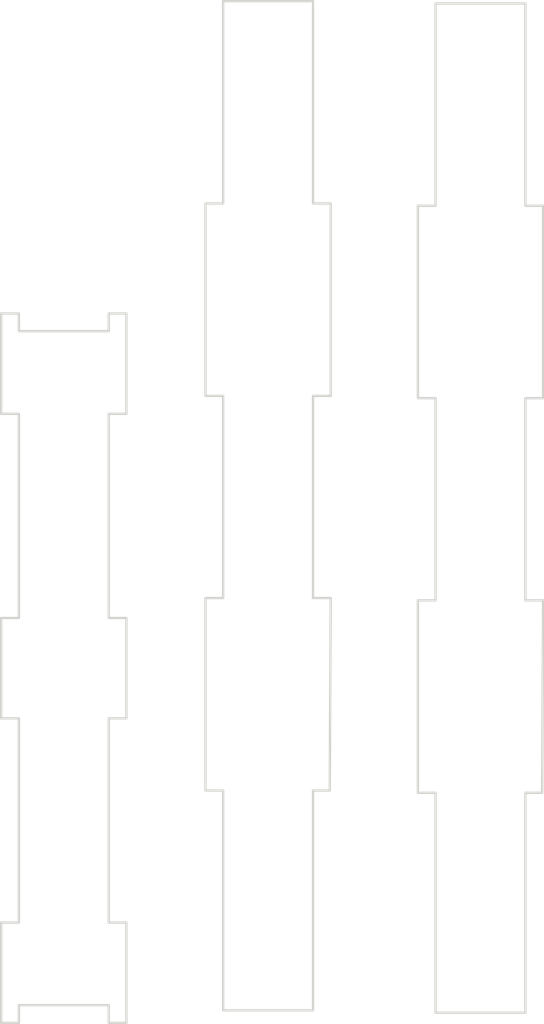
<source format=kicad_pcb>
(kicad_pcb (version 20171130) (host pcbnew "(5.1.2-1)-1")

  (general
    (thickness 1.6)
    (drawings 68)
    (tracks 0)
    (zones 0)
    (modules 0)
    (nets 1)
  )

  (page A4)
  (layers
    (0 F.Cu signal)
    (31 B.Cu signal)
    (32 B.Adhes user)
    (33 F.Adhes user)
    (34 B.Paste user)
    (35 F.Paste user)
    (36 B.SilkS user)
    (37 F.SilkS user)
    (38 B.Mask user)
    (39 F.Mask user)
    (40 Dwgs.User user)
    (41 Cmts.User user)
    (42 Eco1.User user)
    (43 Eco2.User user)
    (44 Edge.Cuts user)
    (45 Margin user)
    (46 B.CrtYd user)
    (47 F.CrtYd user)
    (48 B.Fab user)
    (49 F.Fab user)
  )

  (setup
    (last_trace_width 0.25)
    (trace_clearance 0.2)
    (zone_clearance 0.508)
    (zone_45_only no)
    (trace_min 0.2)
    (via_size 0.8)
    (via_drill 0.4)
    (via_min_size 0.4)
    (via_min_drill 0.3)
    (uvia_size 0.3)
    (uvia_drill 0.1)
    (uvias_allowed no)
    (uvia_min_size 0.2)
    (uvia_min_drill 0.1)
    (edge_width 0.05)
    (segment_width 0.2)
    (pcb_text_width 0.3)
    (pcb_text_size 1.5 1.5)
    (mod_edge_width 0.12)
    (mod_text_size 1 1)
    (mod_text_width 0.15)
    (pad_size 1.524 1.524)
    (pad_drill 0.762)
    (pad_to_mask_clearance 0.051)
    (solder_mask_min_width 0.25)
    (aux_axis_origin 100.33 138.43)
    (visible_elements FFFFFF7F)
    (pcbplotparams
      (layerselection 0x010fc_ffffffff)
      (usegerberextensions false)
      (usegerberattributes false)
      (usegerberadvancedattributes false)
      (creategerberjobfile false)
      (excludeedgelayer true)
      (linewidth 0.100000)
      (plotframeref false)
      (viasonmask false)
      (mode 1)
      (useauxorigin false)
      (hpglpennumber 1)
      (hpglpenspeed 20)
      (hpglpendiameter 15.000000)
      (psnegative false)
      (psa4output false)
      (plotreference true)
      (plotvalue true)
      (plotinvisibletext false)
      (padsonsilk false)
      (subtractmaskfromsilk false)
      (outputformat 1)
      (mirror false)
      (drillshape 1)
      (scaleselection 1)
      (outputdirectory ""))
  )

  (net 0 "")

  (net_class Default "This is the default net class."
    (clearance 0.2)
    (trace_width 0.25)
    (via_dia 0.8)
    (via_drill 0.4)
    (uvia_dia 0.3)
    (uvia_drill 0.1)
  )

  (gr_line (start 108.178599 122.761) (end 106.68 122.761) (layer Edge.Cuts) (width 0.2))
  (gr_line (start 108.1786 105.446) (end 108.178599 122.761) (layer Edge.Cuts) (width 0.2))
  (gr_line (start 108.1786 71.12) (end 106.68 71.12) (layer Edge.Cuts) (width 0.2))
  (gr_line (start 108.1786 71.12) (end 108.1786 72.618601) (layer Edge.Cuts) (width 0.2))
  (gr_line (start 108.1786 72.618601) (end 115.7986 72.618601) (layer Edge.Cuts) (width 0.2))
  (gr_line (start 115.7986 72.618601) (end 115.7986 71.12) (layer Edge.Cuts) (width 0.2))
  (gr_line (start 117.2972 71.12) (end 115.7986 71.12) (layer Edge.Cuts) (width 0.2))
  (gr_line (start 117.2972 79.625501) (end 117.2972 71.12) (layer Edge.Cuts) (width 0.2))
  (gr_line (start 115.7986 79.625501) (end 117.2972 79.625501) (layer Edge.Cuts) (width 0.2))
  (gr_line (start 106.68 79.625501) (end 108.1786 79.625501) (layer Edge.Cuts) (width 0.2))
  (gr_line (start 108.1786 79.625501) (end 108.178599 96.940501) (layer Edge.Cuts) (width 0.2))
  (gr_line (start 108.178599 96.940501) (end 106.68 96.940501) (layer Edge.Cuts) (width 0.2))
  (gr_line (start 106.68 131.2665) (end 108.1786 131.2665) (layer Edge.Cuts) (width 0.2))
  (gr_line (start 106.68 122.761) (end 106.68 131.2665) (layer Edge.Cuts) (width 0.2))
  (gr_line (start 115.7986 96.940501) (end 115.7986 79.625501) (layer Edge.Cuts) (width 0.2))
  (gr_line (start 117.2972 96.940501) (end 115.7986 96.940501) (layer Edge.Cuts) (width 0.2))
  (gr_line (start 117.2972 105.446) (end 117.2972 96.940501) (layer Edge.Cuts) (width 0.2))
  (gr_line (start 115.7986 105.446) (end 117.2972 105.446) (layer Edge.Cuts) (width 0.2))
  (gr_line (start 115.7986 122.761) (end 115.7986 105.446) (layer Edge.Cuts) (width 0.2))
  (gr_line (start 117.2972 122.761) (end 115.7986 122.761) (layer Edge.Cuts) (width 0.2))
  (gr_line (start 117.2972 131.2665) (end 117.2972 122.761) (layer Edge.Cuts) (width 0.2))
  (gr_line (start 115.7986 131.2665) (end 117.2972 131.2665) (layer Edge.Cuts) (width 0.2))
  (gr_line (start 115.7986 129.7679) (end 115.7986 131.2665) (layer Edge.Cuts) (width 0.2))
  (gr_line (start 108.1786 129.7679) (end 115.7986 129.7679) (layer Edge.Cuts) (width 0.2))
  (gr_line (start 108.1786 131.2665) (end 108.1786 129.7679) (layer Edge.Cuts) (width 0.2))
  (gr_line (start 106.68 105.446) (end 108.1786 105.446) (layer Edge.Cuts) (width 0.2))
  (gr_line (start 106.68 96.940501) (end 106.68 105.446) (layer Edge.Cuts) (width 0.2))
  (gr_line (start 106.68 71.12) (end 106.68 79.625501) (layer Edge.Cuts) (width 0.2))
  (gr_line (start 151.13 61.9854) (end 151.13 44.8334) (layer Edge.Cuts) (width 0.2))
  (gr_line (start 151.13 95.4452) (end 151.13 78.3002) (layer Edge.Cuts) (width 0.2))
  (gr_line (start 151.13 44.8334) (end 143.51 44.8334) (layer Edge.Cuts) (width 0.2))
  (gr_line (start 152.6286 61.9854) (end 151.13 61.9854) (layer Edge.Cuts) (width 0.2))
  (gr_line (start 142.0114 78.300201) (end 143.51 78.300201) (layer Edge.Cuts) (width 0.2))
  (gr_line (start 151.13 78.3002) (end 152.6286 78.3002) (layer Edge.Cuts) (width 0.2))
  (gr_line (start 152.6286 78.3002) (end 152.6286 61.9854) (layer Edge.Cuts) (width 0.2))
  (gr_line (start 152.547816 111.76) (end 152.6286 95.4452) (layer Edge.Cuts) (width 0.2))
  (gr_line (start 151.13 130.403) (end 151.13 111.76) (layer Edge.Cuts) (width 0.2))
  (gr_line (start 143.51 95.445201) (end 142.0114 95.445201) (layer Edge.Cuts) (width 0.2))
  (gr_line (start 143.51 78.300201) (end 143.51 95.445201) (layer Edge.Cuts) (width 0.2))
  (gr_line (start 143.51 111.760001) (end 143.51 130.403) (layer Edge.Cuts) (width 0.2))
  (gr_line (start 142.0114 111.760001) (end 143.51 111.760001) (layer Edge.Cuts) (width 0.2))
  (gr_line (start 142.0114 95.445201) (end 142.0114 111.760001) (layer Edge.Cuts) (width 0.2))
  (gr_line (start 143.51 44.8334) (end 143.51 61.9854) (layer Edge.Cuts) (width 0.2))
  (gr_line (start 142.0114 61.9854) (end 142.0114 78.300201) (layer Edge.Cuts) (width 0.2))
  (gr_line (start 143.51 130.403) (end 151.13 130.403) (layer Edge.Cuts) (width 0.2))
  (gr_line (start 152.6286 95.4452) (end 151.13 95.4452) (layer Edge.Cuts) (width 0.2))
  (gr_line (start 143.51 61.9854) (end 142.0114 61.9854) (layer Edge.Cuts) (width 0.2))
  (gr_line (start 151.13 111.76) (end 152.547816 111.76) (layer Edge.Cuts) (width 0.2))
  (gr_line (start 133.1214 130.2078) (end 133.1214 111.5648) (layer Edge.Cuts) (width 0.2))
  (gr_line (start 134.62 78.105) (end 134.62 61.7902) (layer Edge.Cuts) (width 0.2))
  (gr_line (start 124.0028 95.250001) (end 124.0028 111.564801) (layer Edge.Cuts) (width 0.2))
  (gr_line (start 125.5014 95.250001) (end 124.0028 95.250001) (layer Edge.Cuts) (width 0.2))
  (gr_line (start 125.5014 130.2078) (end 133.1214 130.2078) (layer Edge.Cuts) (width 0.2))
  (gr_line (start 125.5014 78.105001) (end 125.5014 95.250001) (layer Edge.Cuts) (width 0.2))
  (gr_line (start 124.0028 78.105001) (end 125.5014 78.105001) (layer Edge.Cuts) (width 0.2))
  (gr_line (start 133.1214 111.5648) (end 134.539216 111.5648) (layer Edge.Cuts) (width 0.2))
  (gr_line (start 134.62 61.7902) (end 133.1214 61.7902) (layer Edge.Cuts) (width 0.2))
  (gr_line (start 133.1214 95.25) (end 133.1214 78.105) (layer Edge.Cuts) (width 0.2))
  (gr_line (start 124.0028 61.7902) (end 124.0028 78.105001) (layer Edge.Cuts) (width 0.2))
  (gr_line (start 125.5014 61.7902) (end 124.0028 61.7902) (layer Edge.Cuts) (width 0.2))
  (gr_line (start 133.1214 78.105) (end 134.62 78.105) (layer Edge.Cuts) (width 0.2))
  (gr_line (start 134.539216 111.5648) (end 134.62 95.25) (layer Edge.Cuts) (width 0.2))
  (gr_line (start 133.1214 61.7902) (end 133.1214 44.6382) (layer Edge.Cuts) (width 0.2))
  (gr_line (start 125.5014 44.6382) (end 125.5014 61.7902) (layer Edge.Cuts) (width 0.2))
  (gr_line (start 133.1214 44.6382) (end 125.5014 44.6382) (layer Edge.Cuts) (width 0.2))
  (gr_line (start 125.5014 111.564801) (end 125.5014 130.2078) (layer Edge.Cuts) (width 0.2))
  (gr_line (start 124.0028 111.564801) (end 125.5014 111.564801) (layer Edge.Cuts) (width 0.2))
  (gr_line (start 134.62 95.25) (end 133.1214 95.25) (layer Edge.Cuts) (width 0.2))

)

</source>
